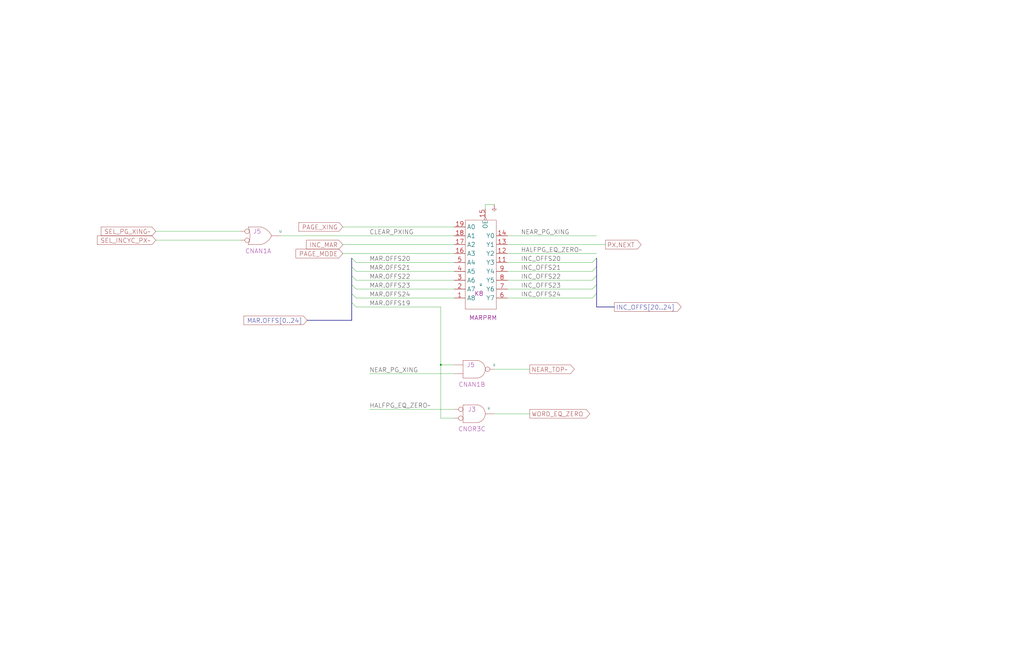
<source format=kicad_sch>
(kicad_sch (version 20220404) (generator eeschema)
  (paper "User" 584.2 378.46)
  (title_block (title "MAR INCREMENT AND CONDITONS") (date "20-MAR-90") (rev "1.0") (comment 1 "FIU") (comment 2 "232-003065") (comment 3 "S400") (comment 4 "RELEASED"))
  (lib_symbols
    (symbol "r1000:F00" (pin_numbers hide) (pin_names hide)
      (property "Reference" "U" (at 15.24 0 0))
      (property "Value" "F00" (at 1.905 -5.08 0))
      (property "Location" "___" (at 1.905 0 0))
      (property "Name" "______" (at 2.54 -12.7 0))
      (symbol "F00_0_1"
        (polyline (pts (xy -2.54 -7.62) (xy 5.08 -7.62)) (stroke (width 0.1524)))
        (polyline (pts (xy -2.54 2.54) (xy -2.54 -7.62)) (stroke (width 0.1524)))
        (polyline (pts (xy -2.54 2.54) (xy 5.08 2.54)) (stroke (width 0.1524)))
        (arc (start 5.08 -7.62) (mid 10.1282 -2.54) (end 5.08 2.54) (stroke (width 0.1524)))
        (circle (center 11.43 -2.54) (radius 1.27) (stroke (width 0.1524)))
      )
      (symbol "F00_0_2"
        (circle (center -3.81 -5.08) (radius 1.27) (stroke (width 0.1524)))
        (circle (center -3.81 0) (radius 1.27) (stroke (width 0.1524)))
        (arc (start -3.175 -7.62) (mid -2.134 -2.54) (end -3.175 2.54) (stroke (width 0.1524)))
        (polyline (pts (xy -3.175 -7.62) (xy 3.81 -7.62)) (stroke (width 0.1524)))
        (polyline (pts (xy -3.175 2.54) (xy 3.81 2.54)) (stroke (width 0.1524)))
        (arc (start 3.81 -7.62) (mid 7.5855 -5.8306) (end 10.16 -2.54) (stroke (width 0.1524)))
        (arc (start 10.16 -2.54) (mid 7.5827 0.7471) (end 3.81 2.54) (stroke (width 0.1524)))
      )
      (symbol "F00_1_1"
        (pin input line (at -7.62 0 0) (length 5.08) (name "D0") (number "1"))
        (pin input line (at -7.62 -5.08 0) (length 5.08) (name "D1") (number "2"))
        (pin output line (at 15.24 -2.54 180) (length 2.54) (name "Q") (number "3"))
      )
      (symbol "F00_1_2"
        (pin input line (at -7.62 0 0) (length 2.54) (name "D0") (number "1"))
        (pin input line (at -7.62 -5.08 0) (length 2.54) (name "D1") (number "2"))
        (pin output line (at 15.24 -2.54 180) (length 5.08) (name "Q") (number "3"))
      )
    )
    (symbol "r1000:F02" (pin_numbers hide) (pin_names hide)
      (property "Reference" "U" (at 12.16 0.635 0))
      (property "Value" "F02" (at -1.27 -4.445 0))
      (property "Location" "___" (at 2.54 0 0))
      (property "Name" "______" (at 2.54 -12.7 0))
      (symbol "F02_0_1"
        (arc (start -3.81 -7.62) (mid -2.9847 -2.54) (end -3.81 2.54) (stroke (width 0.1524)))
        (polyline (pts (xy -5.08 -5.08) (xy -3.175 -5.08)) (stroke (width 0.1524)))
        (polyline (pts (xy -5.08 0) (xy -3.175 0)) (stroke (width 0.1524)))
        (polyline (pts (xy -3.81 -7.62) (xy 2.54 -7.62)) (stroke (width 0.1524)))
        (polyline (pts (xy -3.81 2.54) (xy 2.54 2.54)) (stroke (width 0.1524)))
        (polyline (pts (xy 13.97 -2.54) (xy 12.7 -2.54)) (stroke (width 0.1524)))
        (arc (start 2.54 -7.62) (mid 6.9515 -5.9823) (end 10.16 -2.54) (stroke (width 0.1524)))
        (arc (start 10.16 -2.54) (mid 6.9478 0.8966) (end 2.54 2.54) (stroke (width 0.1524)))
        (circle (center 11.43 -2.54) (radius 1.27) (stroke (width 0.1524)))
      )
      (symbol "F02_0_2"
        (circle (center -3.81 -5.08) (radius 1.27) (stroke (width 0.1524)))
        (circle (center -3.81 0) (radius 1.27) (stroke (width 0.1524)))
        (polyline (pts (xy -2.54 -7.62) (xy 5.08 -7.62)) (stroke (width 0.1524)))
        (polyline (pts (xy -2.54 2.54) (xy -2.54 -7.62)) (stroke (width 0.1524)))
        (polyline (pts (xy -2.54 2.54) (xy 5.08 2.54)) (stroke (width 0.1524)))
        (polyline (pts (xy 11.43 -2.54) (xy 10.16 -2.54)) (stroke (width 0.1524)))
        (polyline (pts (xy 11.43 -2.54) (xy 12.7 -2.54)) (stroke (width 0.1524)))
        (arc (start 5.08 -7.62) (mid 10.1282 -2.54) (end 5.08 2.54) (stroke (width 0.1524)))
      )
      (symbol "F02_1_1"
        (pin input line (at -7.62 0 0) (length 2.54) (name "D0") (number "1"))
        (pin input line (at -7.62 -5.08 0) (length 2.54) (name "D1") (number "2"))
        (pin output line (at 15.24 -2.54 180) (length 1.27) (name "Q") (number "3"))
      )
      (symbol "F02_1_2"
        (pin input line (at -7.62 0 0) (length 2.54) (name "D0") (number "1"))
        (pin input line (at -7.62 -5.08 0) (length 2.54) (name "D1") (number "2"))
        (pin output line (at 15.24 -2.54 180) (length 2.54) (name "Q") (number "3"))
      )
    )
    (symbol "r1000:PAxxx" (pin_names (offset 1.016))
      (property "Reference" "U" (at 2.54 5.08 0))
      (property "Value" "PAxxx" (at -3.81 -7.62 0))
      (property "Location" "___" (at -1.27 0 0))
      (property "Name" "______" (at 3.81 -15.24 0))
      (symbol "PAxxx_1_1"
        (rectangle (start -6.35 41.91) (end 11.43 -8.89))
        (circle (center 5.08 42.545) (radius 0.635))
        (pin input line (at -12.7 -2.54 0) (length 6.35) (name "A8") (number "1"))
        (pin tri_state line (at 17.78 17.78 180) (length 6.35) (name "Y3") (number "11"))
        (pin tri_state line (at 17.78 22.86 180) (length 6.35) (name "Y2") (number "12"))
        (pin tri_state line (at 17.78 27.94 180) (length 6.35) (name "Y1") (number "13"))
        (pin tri_state line (at 17.78 33.02 180) (length 6.35) (name "Y0") (number "14"))
        (pin input line (at 5.08 48.26 270) (length 5.08) (name "OE") (number "15"))
        (pin input line (at -12.7 22.86 0) (length 6.35) (name "A3") (number "16"))
        (pin input line (at -12.7 27.94 0) (length 6.35) (name "A2") (number "17"))
        (pin input line (at -12.7 33.02 0) (length 6.35) (name "A1") (number "18"))
        (pin input line (at -12.7 38.1 0) (length 6.35) (name "A0") (number "19"))
        (pin input line (at -12.7 2.54 0) (length 6.35) (name "A7") (number "2"))
        (pin input line (at -12.7 7.62 0) (length 6.35) (name "A6") (number "3"))
        (pin input line (at -12.7 12.7 0) (length 6.35) (name "A5") (number "4"))
        (pin input line (at -12.7 17.78 0) (length 6.35) (name "A4") (number "5"))
        (pin tri_state line (at 17.78 -2.54 180) (length 6.35) (name "Y7") (number "6"))
        (pin tri_state line (at 17.78 2.54 180) (length 6.35) (name "Y6") (number "7"))
        (pin tri_state line (at 17.78 7.62 180) (length 6.35) (name "Y5") (number "8"))
        (pin tri_state line (at 17.78 12.7 180) (length 6.35) (name "Y4") (number "9"))
      )
    )
    (symbol "r1000:PD" (power) (pin_numbers hide) (pin_names hide) (in_bom no)
      (symbol "PD_0_1"
        (polyline (pts (xy 0 -2.54) (xy 1.27 -2.54) (xy 0 -3.81) (xy -1.27 -2.54) (xy 0 -2.54)) (stroke (width 0.1524)))
      )
      (symbol "PD_1_1"
        (pin power_in line (at 0 0 270) (length 2.54) (name "PD") (number "1"))
      )
    )
  )
  (junction (at 251.46 208.28))
  (bus_entry (at 340.36 167.64) (size -2.54 2.54))
  (bus_entry (at 340.36 157.48) (size -2.54 2.54))
  (bus_entry (at 200.66 147.32) (size 2.54 2.54))
  (bus_entry (at 200.66 152.4) (size 2.54 2.54))
  (bus_entry (at 200.66 167.64) (size 2.54 2.54))
  (bus_entry (at 340.36 152.4) (size -2.54 2.54))
  (bus_entry (at 200.66 162.56) (size 2.54 2.54))
  (bus_entry (at 340.36 162.56) (size -2.54 2.54))
  (bus_entry (at 200.66 172.72) (size 2.54 2.54))
  (bus_entry (at 200.66 157.48) (size 2.54 2.54))
  (bus_entry (at 340.36 147.32) (size -2.54 2.54))
  (wire (pts (xy 88.9 132.08) (xy 137.16 132.08)))
  (wire (pts (xy 210.82 233.68) (xy 259.08 233.68)))
  (bus (pts (xy 200.66 157.48) (xy 200.66 162.56)))
  (bus (pts (xy 200.66 167.64) (xy 200.66 172.72)))
  (bus (pts (xy 340.36 167.64) (xy 340.36 175.26)))
  (wire (pts (xy 281.94 210.82) (xy 302.26 210.82)))
  (bus (pts (xy 200.66 147.32) (xy 200.66 152.4)))
  (bus (pts (xy 340.36 147.32) (xy 340.36 152.4)))
  (wire (pts (xy 195.58 139.7) (xy 259.08 139.7)))
  (wire (pts (xy 289.56 134.62) (xy 340.36 134.62)))
  (wire (pts (xy 289.56 165.1) (xy 337.82 165.1)))
  (wire (pts (xy 203.2 160.02) (xy 259.08 160.02)))
  (wire (pts (xy 289.56 139.7) (xy 345.44 139.7)))
  (wire (pts (xy 259.08 208.28) (xy 251.46 208.28)))
  (bus (pts (xy 200.66 162.56) (xy 200.66 167.64)))
  (wire (pts (xy 251.46 175.26) (xy 203.2 175.26)))
  (wire (pts (xy 203.2 149.86) (xy 259.08 149.86)))
  (wire (pts (xy 160.02 134.62) (xy 259.08 134.62)))
  (bus (pts (xy 175.26 182.88) (xy 200.66 182.88)))
  (wire (pts (xy 289.56 154.94) (xy 337.82 154.94)))
  (wire (pts (xy 289.56 149.86) (xy 337.82 149.86)))
  (wire (pts (xy 289.56 170.18) (xy 337.82 170.18)))
  (wire (pts (xy 88.9 137.16) (xy 137.16 137.16)))
  (wire (pts (xy 195.58 129.54) (xy 259.08 129.54)))
  (wire (pts (xy 281.94 236.22) (xy 302.26 236.22)))
  (wire (pts (xy 251.46 238.76) (xy 251.46 208.28)))
  (wire (pts (xy 289.56 144.78) (xy 340.36 144.78)))
  (wire (pts (xy 203.2 170.18) (xy 259.08 170.18)))
  (wire (pts (xy 276.86 116.84) (xy 276.86 119.38)))
  (wire (pts (xy 210.82 213.36) (xy 259.08 213.36)))
  (bus (pts (xy 340.36 162.56) (xy 340.36 167.64)))
  (bus (pts (xy 340.36 157.48) (xy 340.36 162.56)))
  (wire (pts (xy 281.94 116.84) (xy 276.86 116.84)))
  (bus (pts (xy 200.66 172.72) (xy 200.66 182.88)))
  (bus (pts (xy 340.36 175.26) (xy 350.52 175.26)))
  (wire (pts (xy 203.2 165.1) (xy 259.08 165.1)))
  (wire (pts (xy 289.56 160.02) (xy 337.82 160.02)))
  (wire (pts (xy 203.2 154.94) (xy 259.08 154.94)))
  (wire (pts (xy 195.58 144.78) (xy 259.08 144.78)))
  (wire (pts (xy 259.08 238.76) (xy 251.46 238.76)))
  (bus (pts (xy 200.66 152.4) (xy 200.66 157.48)))
  (bus (pts (xy 340.36 152.4) (xy 340.36 157.48)))
  (wire (pts (xy 251.46 208.28) (xy 251.46 175.26)))
  (label "CLEAR_PXING" (at 210.82 134.62 0) (effects (font (size 2.54 2.54))))
  (label "HALFPG_EQ_ZERO~" (at 297.18 144.78 0) (effects (font (size 2.54 2.54))))
  (label "MAR.OFFS22" (at 210.82 160.02 0) (effects (font (size 2.54 2.54))))
  (label "MAR.OFFS21" (at 210.82 154.94 0) (effects (font (size 2.54 2.54))))
  (label "MAR.OFFS23" (at 210.82 165.1 0) (effects (font (size 2.54 2.54))))
  (label "NEAR_PG_XING" (at 297.18 134.62 0) (effects (font (size 2.54 2.54))))
  (label "INC_OFFS22" (at 297.18 160.02 0) (effects (font (size 2.54 2.54))))
  (label "INC_OFFS23" (at 297.18 165.1 0) (effects (font (size 2.54 2.54))))
  (label "INC_OFFS20" (at 297.18 149.86 0) (effects (font (size 2.54 2.54))))
  (label "HALFPG_EQ_ZERO~" (at 210.82 233.68 0) (effects (font (size 2.54 2.54))))
  (label "NEAR_PG_XING" (at 210.82 213.36 0) (effects (font (size 2.54 2.54))))
  (label "MAR.OFFS24" (at 210.82 170.18 0) (effects (font (size 2.54 2.54))))
  (label "MAR.OFFS20" (at 210.82 149.86 0) (effects (font (size 2.54 2.54))))
  (label "INC_OFFS21" (at 297.18 154.94 0) (effects (font (size 2.54 2.54))))
  (label "INC_OFFS24" (at 297.18 170.18 0) (effects (font (size 2.54 2.54))))
  (label "MAR.OFFS19" (at 210.82 175.26 0) (effects (font (size 2.54 2.54))))
  (global_label "SEL_INCYC_PX~" (shape input) (at 88.9 137.16 180) (effects (font (size 2.54 2.54))) (property "Intersheet References" "${INTERSHEET_REFS}" (at 55.5292 137.0013 0) (effects (font (size 1.905 1.905)) (justify right))))
  (global_label "INC_OFFS[20..24]" (shape output) (at 350.52 175.26 0) (effects (font (size 2.54 2.54))) (property "Intersheet References" "${INTERSHEET_REFS}" (at 388.6079 175.1013 0) (effects (font (size 1.905 1.905)) (justify left))))
  (global_label "WORD_EQ_ZERO" (shape output) (at 302.26 236.22 0) (effects (font (size 2.54 2.54))) (property "Intersheet References" "${INTERSHEET_REFS}" (at 336.4774 236.0613 0) (effects (font (size 1.905 1.905)) (justify left))))
  (global_label "MAR.OFFS[0..24]" (shape input) (at 175.26 182.88 180) (effects (font (size 2.54 2.54))) (property "Intersheet References" "${INTERSHEET_REFS}" (at 138.4408 182.88 0) (effects (font (size 1.905 1.905)) (justify right))))
  (global_label "SEL_PG_XING~" (shape input) (at 88.9 132.08 180) (effects (font (size 2.54 2.54))) (property "Intersheet References" "${INTERSHEET_REFS}" (at 57.7064 131.9213 0) (effects (font (size 1.905 1.905)) (justify right))))
  (global_label "PAGE_MODE" (shape input) (at 195.58 144.78 180) (effects (font (size 2.54 2.54))) (property "Intersheet References" "${INTERSHEET_REFS}" (at 168.8616 144.6213 0) (effects (font (size 1.905 1.905)) (justify right))))
  (global_label "PX.NEXT" (shape output) (at 345.44 139.7 0) (effects (font (size 2.54 2.54))) (property "Intersheet References" "${INTERSHEET_REFS}" (at 365.7479 139.5413 0) (effects (font (size 1.905 1.905)) (justify left))))
  (global_label "NEAR_TOP~" (shape output) (at 302.26 210.82 0) (effects (font (size 2.54 2.54))) (property "Intersheet References" "${INTERSHEET_REFS}" (at 327.6479 210.6613 0) (effects (font (size 1.905 1.905)) (justify left))))
  (global_label "INC_MAR" (shape input) (at 195.58 139.7 180) (effects (font (size 2.54 2.54))) (property "Intersheet References" "${INTERSHEET_REFS}" (at 174.7883 139.5413 0) (effects (font (size 1.905 1.905)) (justify right))))
  (global_label "PAGE_XING" (shape input) (at 195.58 129.54 180) (effects (font (size 2.54 2.54))) (property "Intersheet References" "${INTERSHEET_REFS}" (at 170.434 129.3813 0) (effects (font (size 1.905 1.905)) (justify right))))
  (symbol (lib_id "r1000:PAxxx") (at 271.78 167.64 0) (unit 1)
    (default_instance (reference "U") (unit 1) (value "") (footprint ""))
    (property "Reference" "U" (at 274.32 162.56 0))
    (property "Location" "K8" (at 270.51 167.64 0) (effects (font (size 2.54 2.54)) (justify left)))
    (property "Name" "MARPRM" (at 275.59 182.88 0) (effects (font (size 2.54 2.54)) (justify bottom)))
  )
  (symbol (lib_id "r1000:F00") (at 144.78 132.08 0) (unit 1) (convert 2)
    (default_instance (reference "U") (unit 1) (value "") (footprint ""))
    (property "Reference" "U" (at 160.02 132.08 0))
    (property "Location" "J5" (at 146.685 132.08 0) (effects (font (size 2.54 2.54))))
    (property "Name" "CNAN1A" (at 147.32 144.78 0) (effects (font (size 2.54 2.54)) (justify bottom)))
  )
  (symbol (lib_id "r1000:F00") (at 266.7 208.28 0) (unit 1)
    (default_instance (reference "U") (unit 1) (value "") (footprint ""))
    (property "Reference" "U" (at 281.94 208.28 0))
    (property "Location" "J5" (at 268.605 208.28 0) (effects (font (size 2.54 2.54))))
    (property "Name" "CNAN1B" (at 269.24 220.98 0) (effects (font (size 2.54 2.54)) (justify bottom)))
  )
  (symbol (lib_id "r1000:PD") (at 281.94 116.84 0) (unit 1) (in_bom no)
    (default_instance (reference "U") (unit 1) (value "") (footprint ""))
    (property "Reference" "U" (effects hide))
  )
  (symbol (lib_id "r1000:F02") (at 266.7 233.68 0) (unit 1) (convert 2)
    (default_instance (reference "U") (unit 1) (value "") (footprint ""))
    (property "Reference" "U" (at 278.86 233.045 0))
    (property "Location" "J3" (at 269.24 233.68 0) (effects (font (size 2.54 2.54))))
    (property "Name" "CNOR3C" (at 269.24 246.38 0) (effects (font (size 2.54 2.54)) (justify bottom)))
  )
)
</source>
